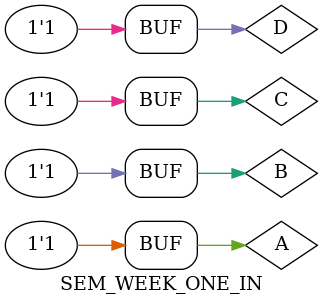
<source format=v>
`timescale 10ns/1ps

module SEM_WEEK_ONE_IN();

reg A,B,C,D;
wire X;

SEM_WEEK_ONE U1(A,B,C,D,X);

initial begin

	A<=0; B<=0; C<=0; D<=0; // <= : substitution
#10 A<=1; C<=1; // after 10ns * 10 time, change value of A and C
#10 B<=1; D<=1; // Must attach # to change value of variable

end

endmodule

</source>
